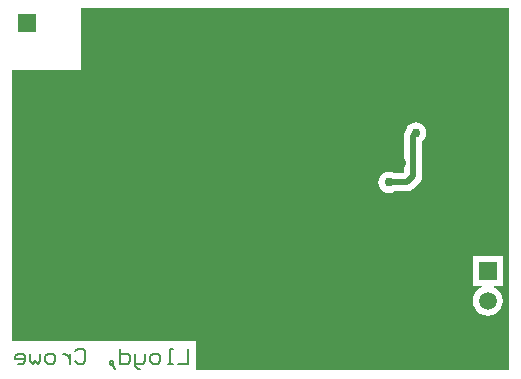
<source format=gbl>
%FSLAX25Y25*%
%MOIN*%
G70*
G01*
G75*
G04 Layer_Physical_Order=2*
G04 Layer_Color=16711680*
%ADD10C,0.02000*%
%ADD11C,0.04000*%
%ADD12R,0.13386X0.09055*%
%ADD13R,0.09055X0.09449*%
%ADD14R,0.05709X0.04528*%
%ADD15R,0.05512X0.04134*%
%ADD16R,0.03740X0.05315*%
%ADD17O,0.02362X0.07480*%
%ADD18R,0.06102X0.05315*%
%ADD19R,0.04134X0.05512*%
%ADD20R,0.05315X0.06102*%
%ADD21R,0.04528X0.05709*%
%ADD22R,0.05118X0.03347*%
%ADD23R,0.04331X0.10236*%
%ADD24R,0.06299X0.02165*%
%ADD25R,0.03347X0.05118*%
%ADD26R,0.05315X0.03740*%
%ADD27R,0.05906X0.04921*%
%ADD28R,0.04921X0.05906*%
%ADD29O,0.09843X0.02756*%
%ADD30C,0.00700*%
%ADD31R,0.05906X0.05906*%
%ADD32C,0.05906*%
%ADD33R,0.05906X0.05906*%
%ADD34C,0.03000*%
G36*
X168474Y3026D02*
X64200D01*
Y12698D01*
X3026D01*
Y33000D01*
X3026Y33000D01*
X3026Y33000D01*
Y33000D01*
Y103000D01*
X26000D01*
Y123474D01*
X168474D01*
Y3026D01*
D02*
G37*
%LPC*%
G36*
X166453Y40953D02*
X156547D01*
Y31047D01*
X159461D01*
X159559Y30557D01*
X159002Y30326D01*
X157968Y29532D01*
X157174Y28498D01*
X156675Y27293D01*
X156504Y26000D01*
X156675Y24707D01*
X157174Y23502D01*
X157968Y22468D01*
X159002Y21674D01*
X160207Y21175D01*
X161500Y21004D01*
X162793Y21175D01*
X163998Y21674D01*
X165032Y22468D01*
X165826Y23502D01*
X166325Y24707D01*
X166496Y26000D01*
X166325Y27293D01*
X165826Y28498D01*
X165032Y29532D01*
X163998Y30326D01*
X163441Y30557D01*
X163539Y31047D01*
X166453D01*
Y40953D01*
D02*
G37*
G36*
X137500Y85530D02*
X136586Y85410D01*
X135735Y85057D01*
X135004Y84496D01*
X134443Y83765D01*
X134090Y82914D01*
X134070Y82761D01*
X133879Y82513D01*
X133791Y82299D01*
X133577Y81783D01*
X133474Y81000D01*
Y68753D01*
X133247Y68526D01*
X130306D01*
X130265Y68557D01*
X129414Y68910D01*
X128500Y69030D01*
X127586Y68910D01*
X126735Y68557D01*
X126004Y67996D01*
X125443Y67265D01*
X125090Y66414D01*
X124970Y65500D01*
X125090Y64586D01*
X125443Y63735D01*
X126004Y63004D01*
X126735Y62443D01*
X127586Y62090D01*
X128500Y61970D01*
X129414Y62090D01*
X130265Y62443D01*
X130306Y62474D01*
X134500D01*
X135283Y62577D01*
X135799Y62791D01*
X136013Y62880D01*
X136640Y63360D01*
X138640Y65360D01*
X139120Y65987D01*
X139423Y66717D01*
X139435Y66808D01*
X139526Y67500D01*
X139526Y67500D01*
Y79143D01*
X139996Y79504D01*
X140557Y80235D01*
X140910Y81086D01*
X141030Y82000D01*
X140910Y82914D01*
X140557Y83765D01*
X139996Y84496D01*
X139265Y85057D01*
X138414Y85410D01*
X137500Y85530D01*
D02*
G37*
%LPD*%
D10*
X136500Y81000D02*
X137500Y82000D01*
X134500Y65500D02*
X136500Y67500D01*
Y81000D01*
X128500Y65500D02*
X134500D01*
D30*
X61500Y9998D02*
Y5000D01*
X58168D01*
X56502D02*
X54835D01*
X55669D01*
Y9998D01*
X56502D01*
X51503Y5000D02*
X49837D01*
X49004Y5833D01*
Y7499D01*
X49837Y8332D01*
X51503D01*
X52336Y7499D01*
Y5833D01*
X51503Y5000D01*
X47338Y8332D02*
Y5833D01*
X46505Y5000D01*
X44006D01*
Y4167D01*
X44839Y3334D01*
X45672D01*
X44006Y5000D02*
Y8332D01*
X39007Y9998D02*
Y5000D01*
X41506D01*
X42340Y5833D01*
Y7499D01*
X41506Y8332D01*
X39007D01*
X36508Y4167D02*
X35675Y5000D01*
Y5833D01*
X36508D01*
Y5000D01*
X35675D01*
X36508Y4167D01*
X37341Y3334D01*
X24012Y9165D02*
X24845Y9998D01*
X26511D01*
X27344Y9165D01*
Y5833D01*
X26511Y5000D01*
X24845D01*
X24012Y5833D01*
X22346Y8332D02*
Y5000D01*
Y6666D01*
X21513Y7499D01*
X20680Y8332D01*
X19847D01*
X16515Y5000D02*
X14848D01*
X14015Y5833D01*
Y7499D01*
X14848Y8332D01*
X16515D01*
X17348Y7499D01*
Y5833D01*
X16515Y5000D01*
X12349Y8332D02*
Y5833D01*
X11516Y5000D01*
X10683Y5833D01*
X9850Y5000D01*
X9017Y5833D01*
Y8332D01*
X4852Y5000D02*
X6518D01*
X7351Y5833D01*
Y7499D01*
X6518Y8332D01*
X4852D01*
X4019Y7499D01*
Y6666D01*
X7351D01*
D31*
X161500Y36000D02*
D03*
D32*
Y26000D02*
D03*
Y16000D02*
D03*
D33*
X8000Y118500D02*
D03*
D34*
X137500Y82000D02*
D03*
X66500Y99500D02*
D03*
X48000Y42000D02*
D03*
X46000Y71000D02*
D03*
X58000Y42500D02*
D03*
X22366Y98366D02*
D03*
X51500Y92500D02*
D03*
X52000Y119500D02*
D03*
X113815Y6500D02*
D03*
X116000Y58500D02*
D03*
X127815Y26000D02*
D03*
X150859Y28603D02*
D03*
X95315Y62500D02*
D03*
X80000Y71500D02*
D03*
X152815Y64000D02*
D03*
X34000Y83500D02*
D03*
X7000D02*
D03*
X47000D02*
D03*
X20000D02*
D03*
X6500Y59000D02*
D03*
Y72000D02*
D03*
X106500Y38500D02*
D03*
Y14500D02*
D03*
Y51500D02*
D03*
X93000Y38500D02*
D03*
X69000Y27500D02*
D03*
X93000Y51500D02*
D03*
X81000Y38500D02*
D03*
Y51500D02*
D03*
X163000Y105000D02*
D03*
Y78000D02*
D03*
Y118000D02*
D03*
Y91000D02*
D03*
X150000Y105000D02*
D03*
Y118000D02*
D03*
Y91000D02*
D03*
X136500Y105000D02*
D03*
Y118000D02*
D03*
X116500Y93500D02*
D03*
X129500D02*
D03*
X66000Y118500D02*
D03*
X77000Y121500D02*
D03*
X89500D02*
D03*
X102500D02*
D03*
X120000Y121000D02*
D03*
X6500Y27500D02*
D03*
X19000D02*
D03*
X31500D02*
D03*
X44000D02*
D03*
X81500D02*
D03*
X94000D02*
D03*
X106500D02*
D03*
X56500D02*
D03*
X94500Y14500D02*
D03*
X82500D02*
D03*
X19000Y38000D02*
D03*
X6500Y38500D02*
D03*
Y49000D02*
D03*
X7000Y96000D02*
D03*
X121500Y99500D02*
D03*
X154000Y56500D02*
D03*
Y49500D02*
D03*
X153000Y43000D02*
D03*
X151584Y36242D02*
D03*
X133000Y72000D02*
D03*
X128500Y65500D02*
D03*
X95000Y110000D02*
D03*
X99000Y104500D02*
D03*
X95000Y100000D02*
D03*
X76500Y94000D02*
D03*
X68500Y106500D02*
D03*
X150000Y10000D02*
D03*
M02*

</source>
